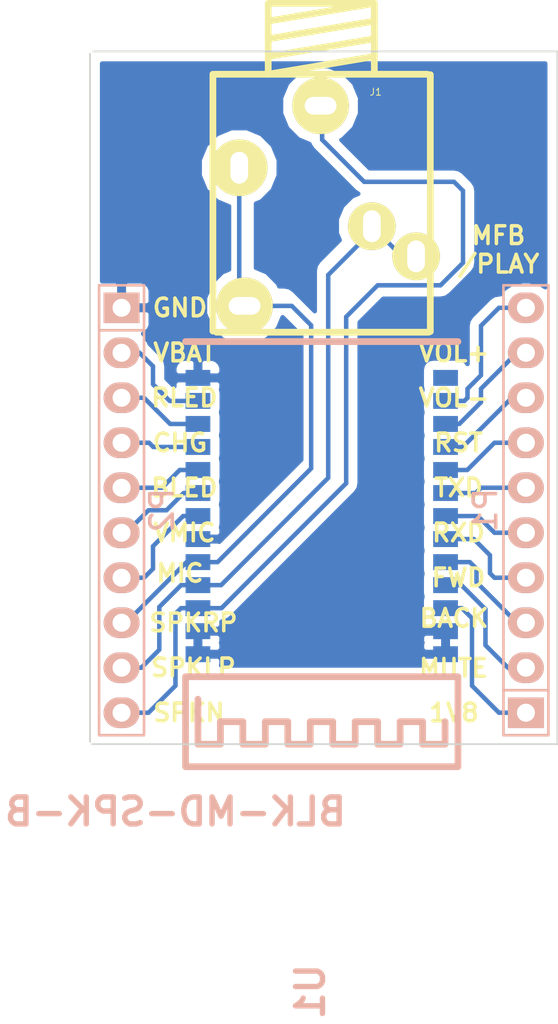
<source format=kicad_pcb>
(kicad_pcb (version 4) (host pcbnew 0.201502050101+5404~21~ubuntu14.04.1-product)

  (general
    (links 30)
    (no_connects 0)
    (area 202.829886 126.133859 238.643886 184.3024)
    (thickness 1.6)
    (drawings 24)
    (tracks 115)
    (zones 0)
    (modules 4)
    (nets 21)
  )

  (page A3)
  (layers
    (0 F.Cu signal)
    (31 B.Cu signal)
    (32 B.Adhes user)
    (33 F.Adhes user)
    (34 B.Paste user)
    (35 F.Paste user)
    (36 B.SilkS user)
    (37 F.SilkS user)
    (38 B.Mask user)
    (39 F.Mask user)
    (40 Dwgs.User user)
    (41 Cmts.User user)
    (42 Eco1.User user)
    (43 Eco2.User user)
    (44 Edge.Cuts user)
  )

  (setup
    (last_trace_width 0.254)
    (trace_clearance 0.254)
    (zone_clearance 0.508)
    (zone_45_only no)
    (trace_min 0.254)
    (segment_width 0.2)
    (edge_width 0.1)
    (via_size 0.889)
    (via_drill 0.635)
    (via_min_size 0.889)
    (via_min_drill 0.508)
    (uvia_size 0.508)
    (uvia_drill 0.127)
    (uvias_allowed no)
    (uvia_min_size 0.508)
    (uvia_min_drill 0.127)
    (pcb_text_width 0.3)
    (pcb_text_size 1.5 1.5)
    (mod_edge_width 0.15)
    (mod_text_size 1 1)
    (mod_text_width 0.15)
    (pad_size 3.2004 3.2004)
    (pad_drill 1.30048)
    (pad_to_mask_clearance 0)
    (aux_axis_origin 0 0)
    (visible_elements FFFFFF3F)
    (pcbplotparams
      (layerselection 0x01020_80000000)
      (usegerberextensions false)
      (excludeedgelayer false)
      (linewidth 0.150000)
      (plotframeref false)
      (viasonmask false)
      (mode 1)
      (useauxorigin false)
      (hpglpennumber 1)
      (hpglpenspeed 20)
      (hpglpendiameter 15)
      (hpglpenoverlay 2)
      (psnegative false)
      (psa4output false)
      (plotreference false)
      (plotvalue false)
      (plotinvisibletext false)
      (padsonsilk false)
      (subtractmaskfromsilk false)
      (outputformat 5)
      (mirror true)
      (drillshape 2)
      (scaleselection 1)
      (outputdirectory gerber/))
  )

  (net 0 "")
  (net 1 "Net-(J1-Pad1)")
  (net 2 "Net-(J1-Pad2)")
  (net 3 "Net-(J1-Pad4)")
  (net 4 "Net-(P1-Pad1)")
  (net 5 "Net-(P1-Pad2)")
  (net 6 "Net-(P1-Pad3)")
  (net 7 "Net-(P1-Pad4)")
  (net 8 "Net-(P1-Pad5)")
  (net 9 "Net-(P1-Pad6)")
  (net 10 "Net-(P1-Pad7)")
  (net 11 "Net-(P1-Pad8)")
  (net 12 "Net-(P1-Pad9)")
  (net 13 "Net-(P1-Pad10)")
  (net 14 "Net-(P2-Pad2)")
  (net 15 "Net-(P2-Pad3)")
  (net 16 "Net-(P2-Pad4)")
  (net 17 "Net-(P2-Pad5)")
  (net 18 "Net-(P2-Pad6)")
  (net 19 "Net-(P2-Pad7)")
  (net 20 GND)

  (net_class Default "This is the default net class."
    (clearance 0.254)
    (trace_width 0.254)
    (via_dia 0.889)
    (via_drill 0.635)
    (uvia_dia 0.508)
    (uvia_drill 0.127)
    (add_net GND)
    (add_net "Net-(J1-Pad1)")
    (add_net "Net-(J1-Pad2)")
    (add_net "Net-(J1-Pad4)")
    (add_net "Net-(P1-Pad1)")
    (add_net "Net-(P1-Pad10)")
    (add_net "Net-(P1-Pad2)")
    (add_net "Net-(P1-Pad3)")
    (add_net "Net-(P1-Pad4)")
    (add_net "Net-(P1-Pad5)")
    (add_net "Net-(P1-Pad6)")
    (add_net "Net-(P1-Pad7)")
    (add_net "Net-(P1-Pad8)")
    (add_net "Net-(P1-Pad9)")
    (add_net "Net-(P2-Pad2)")
    (add_net "Net-(P2-Pad3)")
    (add_net "Net-(P2-Pad4)")
    (add_net "Net-(P2-Pad5)")
    (add_net "Net-(P2-Pad6)")
    (add_net "Net-(P2-Pad7)")
  )

  (module Pin_Headers:Pin_Header_Straight_1x10 (layer B.Cu) (tedit 5423FFDF) (tstamp 5424001B)
    (at 232.664 155.194 90)
    (descr "Through hole pin header")
    (tags "pin header")
    (path /54200046)
    (fp_text reference P1 (at 0 -2.286 90) (layer B.SilkS)
      (effects (font (size 1.27 1.27) (thickness 0.2032)) (justify mirror))
    )
    (fp_text value CONNECTOR (at 0 0 90) (layer B.SilkS) hide
      (effects (font (size 1.27 1.27) (thickness 0.2032)) (justify mirror))
    )
    (fp_line (start -10.16 1.27) (end 12.7 1.27) (layer B.SilkS) (width 0.15))
    (fp_line (start 12.7 1.27) (end 12.7 -1.27) (layer B.SilkS) (width 0.15))
    (fp_line (start 12.7 -1.27) (end -10.16 -1.27) (layer B.SilkS) (width 0.15))
    (fp_line (start -12.7 1.27) (end -10.16 1.27) (layer B.SilkS) (width 0.15))
    (fp_line (start -10.16 1.27) (end -10.16 -1.27) (layer B.SilkS) (width 0.15))
    (fp_line (start -12.7 1.27) (end -12.7 -1.27) (layer B.SilkS) (width 0.15))
    (fp_line (start -12.7 -1.27) (end -10.16 -1.27) (layer B.SilkS) (width 0.15))
    (pad 1 thru_hole rect (at -11.43 0 90) (size 1.7272 2.032) (drill 1.016) (layers *.Cu *.Mask B.SilkS)
      (net 4 "Net-(P1-Pad1)"))
    (pad 2 thru_hole oval (at -8.89 0 90) (size 1.7272 2.032) (drill 1.016) (layers *.Cu *.Mask B.SilkS)
      (net 5 "Net-(P1-Pad2)"))
    (pad 3 thru_hole oval (at -6.35 0 90) (size 1.7272 2.032) (drill 1.016) (layers *.Cu *.Mask B.SilkS)
      (net 6 "Net-(P1-Pad3)"))
    (pad 4 thru_hole oval (at -3.81 0 90) (size 1.7272 2.032) (drill 1.016) (layers *.Cu *.Mask B.SilkS)
      (net 7 "Net-(P1-Pad4)"))
    (pad 5 thru_hole oval (at -1.27 0 90) (size 1.7272 2.032) (drill 1.016) (layers *.Cu *.Mask B.SilkS)
      (net 8 "Net-(P1-Pad5)"))
    (pad 6 thru_hole oval (at 1.27 0 90) (size 1.7272 2.032) (drill 1.016) (layers *.Cu *.Mask B.SilkS)
      (net 9 "Net-(P1-Pad6)"))
    (pad 7 thru_hole oval (at 3.81 0 90) (size 1.7272 2.032) (drill 1.016) (layers *.Cu *.Mask B.SilkS)
      (net 10 "Net-(P1-Pad7)"))
    (pad 8 thru_hole oval (at 6.35 0 90) (size 1.7272 2.032) (drill 1.016) (layers *.Cu *.Mask B.SilkS)
      (net 11 "Net-(P1-Pad8)"))
    (pad 9 thru_hole oval (at 8.89 0 90) (size 1.7272 2.032) (drill 1.016) (layers *.Cu *.Mask B.SilkS)
      (net 12 "Net-(P1-Pad9)"))
    (pad 10 thru_hole oval (at 11.43 0 90) (size 1.7272 2.032) (drill 1.016) (layers *.Cu *.Mask B.SilkS)
      (net 13 "Net-(P1-Pad10)"))
    (model Pin_Headers/Pin_Header_Straight_1x10.wrl
      (at (xyz 0 0 0))
      (scale (xyz 1 1 1))
      (rotate (xyz 0 0 0))
    )
  )

  (module Pin_Headers:Pin_Header_Straight_1x10 (layer B.Cu) (tedit 5423FFDF) (tstamp 5424002F)
    (at 209.804 155.194 270)
    (descr "Through hole pin header")
    (tags "pin header")
    (path /542152BE)
    (fp_text reference P2 (at 0 -2.286 270) (layer B.SilkS)
      (effects (font (size 1.27 1.27) (thickness 0.2032)) (justify mirror))
    )
    (fp_text value CONNECTOR (at 0 0 270) (layer B.SilkS) hide
      (effects (font (size 1.27 1.27) (thickness 0.2032)) (justify mirror))
    )
    (fp_line (start -10.16 1.27) (end 12.7 1.27) (layer B.SilkS) (width 0.15))
    (fp_line (start 12.7 1.27) (end 12.7 -1.27) (layer B.SilkS) (width 0.15))
    (fp_line (start 12.7 -1.27) (end -10.16 -1.27) (layer B.SilkS) (width 0.15))
    (fp_line (start -12.7 1.27) (end -10.16 1.27) (layer B.SilkS) (width 0.15))
    (fp_line (start -10.16 1.27) (end -10.16 -1.27) (layer B.SilkS) (width 0.15))
    (fp_line (start -12.7 1.27) (end -12.7 -1.27) (layer B.SilkS) (width 0.15))
    (fp_line (start -12.7 -1.27) (end -10.16 -1.27) (layer B.SilkS) (width 0.15))
    (pad 1 thru_hole rect (at -11.43 0 270) (size 1.7272 2.032) (drill 1.016) (layers *.Cu *.Mask B.SilkS)
      (net 20 GND))
    (pad 2 thru_hole oval (at -8.89 0 270) (size 1.7272 2.032) (drill 1.016) (layers *.Cu *.Mask B.SilkS)
      (net 14 "Net-(P2-Pad2)"))
    (pad 3 thru_hole oval (at -6.35 0 270) (size 1.7272 2.032) (drill 1.016) (layers *.Cu *.Mask B.SilkS)
      (net 15 "Net-(P2-Pad3)"))
    (pad 4 thru_hole oval (at -3.81 0 270) (size 1.7272 2.032) (drill 1.016) (layers *.Cu *.Mask B.SilkS)
      (net 16 "Net-(P2-Pad4)"))
    (pad 5 thru_hole oval (at -1.27 0 270) (size 1.7272 2.032) (drill 1.016) (layers *.Cu *.Mask B.SilkS)
      (net 17 "Net-(P2-Pad5)"))
    (pad 6 thru_hole oval (at 1.27 0 270) (size 1.7272 2.032) (drill 1.016) (layers *.Cu *.Mask B.SilkS)
      (net 18 "Net-(P2-Pad6)"))
    (pad 7 thru_hole oval (at 3.81 0 270) (size 1.7272 2.032) (drill 1.016) (layers *.Cu *.Mask B.SilkS)
      (net 19 "Net-(P2-Pad7)"))
    (pad 8 thru_hole oval (at 6.35 0 270) (size 1.7272 2.032) (drill 1.016) (layers *.Cu *.Mask B.SilkS)
      (net 3 "Net-(J1-Pad4)"))
    (pad 9 thru_hole oval (at 8.89 0 270) (size 1.7272 2.032) (drill 1.016) (layers *.Cu *.Mask B.SilkS)
      (net 2 "Net-(J1-Pad2)"))
    (pad 10 thru_hole oval (at 11.43 0 270) (size 1.7272 2.032) (drill 1.016) (layers *.Cu *.Mask B.SilkS)
      (net 1 "Net-(J1-Pad1)"))
    (model Pin_Headers/Pin_Header_Straight_1x10.wrl
      (at (xyz 0 0 0))
      (scale (xyz 1 1 1))
      (rotate (xyz 0 0 0))
    )
  )

  (module my_modules:BLK-MD-SPK-B (layer B.Cu) (tedit 54241560) (tstamp 54258EAE)
    (at 212.852 169.672)
    (path /54200037)
    (clearance 0.2)
    (fp_text reference U1 (at 7.62 12.7 270) (layer B.SilkS)
      (effects (font (thickness 0.3048)) (justify mirror))
    )
    (fp_text value BLK-MD-SPK-B (at 0 2.54) (layer B.SilkS)
      (effects (font (thickness 0.3048)) (justify mirror))
    )
    (fp_line (start 1.27 -3.81) (end 1.27 -1.27) (layer B.SilkS) (width 0.381))
    (fp_line (start 1.27 -1.27) (end 2.54 -1.27) (layer B.SilkS) (width 0.381))
    (fp_line (start 2.54 -1.27) (end 2.54 -2.54) (layer B.SilkS) (width 0.381))
    (fp_line (start 2.54 -2.54) (end 3.81 -2.54) (layer B.SilkS) (width 0.381))
    (fp_line (start 3.81 -2.54) (end 3.81 -1.27) (layer B.SilkS) (width 0.381))
    (fp_line (start 3.81 -1.27) (end 5.08 -1.27) (layer B.SilkS) (width 0.381))
    (fp_line (start 5.08 -1.27) (end 5.08 -2.54) (layer B.SilkS) (width 0.381))
    (fp_line (start 5.08 -2.54) (end 6.35 -2.54) (layer B.SilkS) (width 0.381))
    (fp_line (start 6.35 -2.54) (end 6.35 -1.27) (layer B.SilkS) (width 0.381))
    (fp_line (start 6.35 -1.27) (end 7.62 -1.27) (layer B.SilkS) (width 0.381))
    (fp_line (start 7.62 -1.27) (end 7.62 -2.54) (layer B.SilkS) (width 0.381))
    (fp_line (start 7.62 -2.54) (end 8.89 -2.54) (layer B.SilkS) (width 0.381))
    (fp_line (start 8.89 -2.54) (end 8.89 -1.27) (layer B.SilkS) (width 0.381))
    (fp_line (start 8.89 -1.27) (end 10.16 -1.27) (layer B.SilkS) (width 0.381))
    (fp_line (start 10.16 -1.27) (end 10.16 -2.54) (layer B.SilkS) (width 0.381))
    (fp_line (start 10.16 -2.54) (end 11.43 -2.54) (layer B.SilkS) (width 0.381))
    (fp_line (start 11.43 -2.54) (end 11.43 -1.27) (layer B.SilkS) (width 0.381))
    (fp_line (start 11.43 -1.27) (end 12.7 -1.27) (layer B.SilkS) (width 0.381))
    (fp_line (start 12.7 -1.27) (end 12.7 -2.54) (layer B.SilkS) (width 0.381))
    (fp_line (start 12.7 -2.54) (end 13.97 -2.54) (layer B.SilkS) (width 0.381))
    (fp_line (start 13.97 -2.54) (end 13.97 -1.27) (layer B.SilkS) (width 0.381))
    (fp_line (start 13.97 -1.27) (end 15.24 -1.27) (layer B.SilkS) (width 0.381))
    (fp_line (start 15.24 -1.27) (end 15.24 -2.54) (layer B.SilkS) (width 0.381))
    (fp_line (start 15.97 -5.08) (end 0.57 -5.08) (layer B.SilkS) (width 0.381))
    (fp_line (start 0.57 -24) (end 15.97 -24) (layer B.SilkS) (width 0.381))
    (fp_line (start 15.97 -5.08) (end 15.97 0) (layer B.SilkS) (width 0.381))
    (fp_line (start 15.97 0) (end 0.57 0) (layer B.SilkS) (width 0.381))
    (fp_line (start 0.57 0) (end 0.57 -5.08) (layer B.SilkS) (width 0.381))
    (pad 1 smd rect (at 1.27 -6.35 180) (size 1.4 0.9) (layers B.Cu B.Paste B.Mask)
      (net 20 GND))
    (pad 2 smd rect (at 1.27 -7.65 180) (size 1.4 0.9) (layers B.Cu B.Paste B.Mask)
      (net 20 GND))
    (pad 3 smd rect (at 1.27 -8.95 180) (size 1.4 0.9) (layers B.Cu B.Paste B.Mask)
      (net 1 "Net-(J1-Pad1)"))
    (pad 4 smd rect (at 1.27 -10.25 180) (size 1.4 0.9) (layers B.Cu B.Paste B.Mask)
      (net 2 "Net-(J1-Pad2)"))
    (pad 5 smd rect (at 1.27 -11.55 180) (size 1.4 0.9) (layers B.Cu B.Paste B.Mask)
      (net 3 "Net-(J1-Pad4)"))
    (pad 6 smd rect (at 1.27 -12.85 180) (size 1.4 0.9) (layers B.Cu B.Paste B.Mask)
      (net 20 GND))
    (pad 7 smd rect (at 1.27 -14.15 180) (size 1.4 0.9) (layers B.Cu B.Paste B.Mask)
      (net 19 "Net-(P2-Pad7)"))
    (pad 8 smd rect (at 1.27 -15.45 180) (size 1.4 0.9) (layers B.Cu B.Paste B.Mask)
      (net 18 "Net-(P2-Pad6)"))
    (pad 9 smd rect (at 1.27 -16.75 180) (size 1.4 0.9) (layers B.Cu B.Paste B.Mask)
      (net 17 "Net-(P2-Pad5)"))
    (pad 10 smd rect (at 1.27 -18.05 180) (size 1.4 0.9) (layers B.Cu B.Paste B.Mask)
      (net 16 "Net-(P2-Pad4)"))
    (pad 11 smd rect (at 1.27 -19.35 180) (size 1.4 0.9) (layers B.Cu B.Paste B.Mask)
      (net 15 "Net-(P2-Pad3)"))
    (pad 12 smd rect (at 1.27 -20.65 180) (size 1.4 0.9) (layers B.Cu B.Paste B.Mask)
      (net 14 "Net-(P2-Pad2)"))
    (pad 13 smd rect (at 1.27 -21.95 180) (size 1.4 0.9) (layers B.Cu B.Paste B.Mask)
      (net 20 GND))
    (pad 14 smd rect (at 15.27 -21.95 180) (size 1.4 0.9) (layers B.Cu B.Paste B.Mask))
    (pad 15 smd rect (at 15.27 -20.65 180) (size 1.4 0.9) (layers B.Cu B.Paste B.Mask)
      (net 13 "Net-(P1-Pad10)"))
    (pad 16 smd rect (at 15.27 -19.35 180) (size 1.4 0.9) (layers B.Cu B.Paste B.Mask)
      (net 12 "Net-(P1-Pad9)"))
    (pad 17 smd rect (at 15.27 -18.05 180) (size 1.4 0.9) (layers B.Cu B.Paste B.Mask)
      (net 11 "Net-(P1-Pad8)"))
    (pad 18 smd rect (at 15.27 -16.75 180) (size 1.4 0.9) (layers B.Cu B.Paste B.Mask)
      (net 10 "Net-(P1-Pad7)"))
    (pad 19 smd rect (at 15.27 -15.45 180) (size 1.4 0.9) (layers B.Cu B.Paste B.Mask)
      (net 9 "Net-(P1-Pad6)"))
    (pad 20 smd rect (at 15.27 -14.15 180) (size 1.4 0.9) (layers B.Cu B.Paste B.Mask)
      (net 8 "Net-(P1-Pad5)"))
    (pad 21 smd rect (at 15.27 -12.85 180) (size 1.4 0.9) (layers B.Cu B.Paste B.Mask)
      (net 7 "Net-(P1-Pad4)"))
    (pad 22 smd rect (at 15.27 -11.55 180) (size 1.4 0.9) (layers B.Cu B.Paste B.Mask)
      (net 6 "Net-(P1-Pad3)"))
    (pad 23 smd rect (at 15.27 -10.25 180) (size 1.4 0.9) (layers B.Cu B.Paste B.Mask)
      (net 5 "Net-(P1-Pad2)"))
    (pad 24 smd rect (at 15.27 -8.95 180) (size 1.4 0.9) (layers B.Cu B.Paste B.Mask)
      (net 4 "Net-(P1-Pad1)"))
    (pad 25 smd rect (at 15.27 -7.65 180) (size 1.4 0.9) (layers B.Cu B.Paste B.Mask)
      (net 20 GND))
    (pad 26 smd rect (at 15.27 -6.35 180) (size 1.4 0.9) (layers B.Cu B.Paste B.Mask)
      (net 20 GND))
  )

  (module jacks:SCJ-0354-5PU (layer F.Cu) (tedit 54D361DE) (tstamp 54D35E95)
    (at 221.0562 130.6576)
    (path /542131F5)
    (fp_text reference J1 (at 3.11912 0.92202) (layer F.SilkS)
      (effects (font (size 0.39878 0.39878) (thickness 0.0508)))
    )
    (fp_text value SCJ-0354-5PU (at 7.4549 6.9977 90) (layer F.SilkS) hide
      (effects (font (size 1.2 1.2) (thickness 0.3)))
    )
    (fp_line (start 3.03784 -0.07874) (end 3.03784 -4.07924) (layer F.SilkS) (width 0.381))
    (fp_line (start 3.03784 -4.07924) (end -2.96164 -4.07924) (layer F.SilkS) (width 0.381))
    (fp_line (start -2.96164 -4.07924) (end -2.96164 -0.07874) (layer F.SilkS) (width 0.381))
    (fp_line (start -2.96164 -0.07874) (end 3.03784 -1.0795) (layer F.SilkS) (width 0.381))
    (fp_line (start 3.03784 -1.0795) (end 3.03784 -2.07772) (layer F.SilkS) (width 0.381))
    (fp_line (start 3.03784 -2.07772) (end -2.96164 -1.0795) (layer F.SilkS) (width 0.381))
    (fp_line (start -2.96164 -1.0795) (end -2.96164 -2.07772) (layer F.SilkS) (width 0.381))
    (fp_line (start -2.96164 -2.07772) (end 3.03784 -3.07848) (layer F.SilkS) (width 0.381))
    (fp_line (start 3.03784 -3.07848) (end 3.03784 -4.07924) (layer F.SilkS) (width 0.381))
    (fp_line (start 3.03784 -4.07924) (end -2.96164 -3.07848) (layer F.SilkS) (width 0.381))
    (fp_line (start -5.96138 -0.07874) (end 6.03758 -0.07874) (layer F.SilkS) (width 0.381))
    (fp_line (start 6.20268 -0.05334) (end 6.20268 14.44752) (layer F.SilkS) (width 0.381))
    (fp_line (start 6.11378 14.48562) (end -5.88518 14.48562) (layer F.SilkS) (width 0.381))
    (fp_line (start -6.08838 14.42212) (end -6.08838 -0.07874) (layer F.SilkS) (width 0.381))
    (pad 1 thru_hole circle (at 0 1.7) (size 3.2004 3.2004) (drill oval 1.8 1) (layers *.Cu *.Mask F.SilkS)
      (net 1 "Net-(J1-Pad1)"))
    (pad 5 thru_hole circle (at -4.6 5.2) (size 3.2004 3.2004) (drill oval 1 1.8) (layers *.Cu *.Mask F.SilkS)
      (net 3 "Net-(J1-Pad4)"))
    (pad 4 thru_hole circle (at -4.3 13) (size 3.2004 3.2004) (drill oval 1.8 1) (layers *.Cu *.Mask F.SilkS)
      (net 3 "Net-(J1-Pad4)"))
    (pad 3 thru_hole circle (at 2.9 8.5) (size 2.7 2.7) (drill oval 1 1.8) (layers *.Cu *.Mask F.SilkS)
      (net 2 "Net-(J1-Pad2)"))
    (pad 2 thru_hole circle (at 5.4 10.2) (size 2.7 2.7) (drill oval 1 1.8) (layers *.Cu *.Mask F.SilkS)
      (net 2 "Net-(J1-Pad2)"))
  )

  (gr_line (start 234.442 129.3114) (end 234.442 168.39692) (angle 90) (layer Edge.Cuts) (width 0.1))
  (gr_line (start 208.02092 129.42824) (end 208.02092 168.26484) (angle 90) (layer Edge.Cuts) (width 0.1))
  (gr_line (start 234.43692 129.29108) (end 208.2038 129.29108) (angle 90) (layer Edge.Cuts) (width 0.1))
  (gr_line (start 234.43184 168.402) (end 208.13268 168.402) (angle 90) (layer Edge.Cuts) (width 0.1))
  (gr_text "MFB\n/PLAY" (at 231.1146 140.4874) (layer F.SilkS)
    (effects (font (size 1 1) (thickness 0.2)))
  )
  (gr_text VOL+ (at 228.6 146.304) (layer F.SilkS)
    (effects (font (size 1 1) (thickness 0.2)))
  )
  (gr_text VOL- (at 228.6 148.844) (layer F.SilkS)
    (effects (font (size 1 1) (thickness 0.2)))
  )
  (gr_text RST (at 228.854 151.384) (layer F.SilkS)
    (effects (font (size 1 1) (thickness 0.2)))
  )
  (gr_text TXD (at 228.854 153.924) (layer F.SilkS)
    (effects (font (size 1 1) (thickness 0.2)))
  )
  (gr_text RXD (at 228.854 156.464) (layer F.SilkS)
    (effects (font (size 1 1) (thickness 0.2)))
  )
  (gr_text FWD (at 228.854 159.004) (layer F.SilkS)
    (effects (font (size 1 1) (thickness 0.2)))
  )
  (gr_text BACK (at 228.6 161.29) (layer F.SilkS)
    (effects (font (size 1 1) (thickness 0.2)))
  )
  (gr_text MUTE (at 228.5746 164.1094) (layer F.SilkS)
    (effects (font (size 1 1) (thickness 0.2)))
  )
  (gr_text 1V8 (at 228.6 166.624) (layer F.SilkS)
    (effects (font (size 1 1) (thickness 0.2)))
  )
  (gr_text SPKN (at 213.614 166.624) (layer F.SilkS)
    (effects (font (size 1 1) (thickness 0.2)))
  )
  (gr_text SPKLP (at 213.868 164.084) (layer F.SilkS)
    (effects (font (size 1 1) (thickness 0.2)))
  )
  (gr_text SPKRP (at 213.868 161.544) (layer F.SilkS)
    (effects (font (size 1 1) (thickness 0.2)))
  )
  (gr_text MIC (at 213.106 158.75) (layer F.SilkS)
    (effects (font (size 1 1) (thickness 0.2)))
  )
  (gr_text VMIC (at 213.36 156.464) (layer F.SilkS)
    (effects (font (size 1 1) (thickness 0.2)))
  )
  (gr_text BLED (at 213.36 153.924) (layer F.SilkS)
    (effects (font (size 1 1) (thickness 0.2)))
  )
  (gr_text CHG (at 213.106 151.384) (layer F.SilkS)
    (effects (font (size 1 1) (thickness 0.2)))
  )
  (gr_text RLED (at 213.36 148.844) (layer F.SilkS)
    (effects (font (size 1 1) (thickness 0.2)))
  )
  (gr_text VBAT (at 213.36 146.304) (layer F.SilkS)
    (effects (font (size 1 1) (thickness 0.2)))
  )
  (gr_text GND (at 213.106 143.764) (layer F.SilkS) (tstamp 5422E9E6)
    (effects (font (size 1 1) (thickness 0.2)))
  )

  (segment (start 214.062 160.782) (end 214.122 160.722) (width 0.254) (layer B.Cu) (net 1) (tstamp 542154E4))
  (segment (start 215.392 160.722) (end 214.122 160.722) (width 0.254) (layer B.Cu) (net 1) (tstamp 54215598))
  (segment (start 229.108 141.224) (end 227.838 142.494) (width 0.254) (layer B.Cu) (net 1) (tstamp 5421556B))
  (segment (start 223.012 143.764) (end 224.282 142.494) (width 0.254) (layer B.Cu) (net 1) (tstamp 54215582))
  (segment (start 224.282 142.494) (end 227.838 142.494) (width 0.254) (layer B.Cu) (net 1) (tstamp 54215583))
  (segment (start 222.504 144.272) (end 223.012 143.764) (width 0.254) (layer B.Cu) (net 1) (tstamp 54215593))
  (segment (start 222.504 153.67) (end 222.504 144.272) (width 0.254) (layer B.Cu) (net 1) (tstamp 5421559D))
  (segment (start 215.452 160.722) (end 222.504 153.67) (width 0.254) (layer B.Cu) (net 1) (tstamp 5421559A))
  (segment (start 215.392 160.722) (end 215.452 160.722) (width 0.254) (layer B.Cu) (net 1))
  (segment (start 213.166 160.722) (end 212.852 161.036) (width 0.254) (layer B.Cu) (net 1) (tstamp 54215642))
  (segment (start 214.122 160.722) (end 213.166 160.722) (width 0.254) (layer B.Cu) (net 1))
  (segment (start 229.108 137.16) (end 229.108 141.224) (width 0.254) (layer B.Cu) (net 1) (tstamp 54215569))
  (segment (start 228.6 136.652) (end 229.108 137.16) (width 0.254) (layer B.Cu) (net 1) (tstamp 5421558F))
  (segment (start 221.14256 134.27456) (end 223.52 136.652) (width 0.254) (layer B.Cu) (net 1) (tstamp 54215589))
  (segment (start 223.52 136.652) (end 228.6 136.652) (width 0.254) (layer B.Cu) (net 1) (tstamp 5421558B))
  (segment (start 221.14256 132.31368) (end 221.14256 134.27456) (width 0.254) (layer B.Cu) (net 1))
  (segment (start 212.852 161.036) (end 212.852 165.1) (width 0.254) (layer B.Cu) (net 1) (tstamp 54215643))
  (segment (start 212.852 165.1) (end 211.328 166.624) (width 0.254) (layer B.Cu) (net 1) (tstamp 54215644))
  (segment (start 211.328 166.624) (end 209.804 166.624) (width 0.254) (layer B.Cu) (net 1) (tstamp 54215646))
  (segment (start 209.804 164.084) (end 210.9216 164.084) (width 0.254) (layer B.Cu) (net 2))
  (segment (start 213.1706 159.422) (end 214.122 159.422) (width 0.254) (layer B.Cu) (net 2) (tstamp 54D35C0C))
  (segment (start 211.9376 160.655) (end 213.1706 159.422) (width 0.254) (layer B.Cu) (net 2) (tstamp 54D35C0A))
  (segment (start 211.9376 163.068) (end 211.9376 160.655) (width 0.254) (layer B.Cu) (net 2) (tstamp 54D35C08))
  (segment (start 210.9216 164.084) (end 211.9376 163.068) (width 0.254) (layer B.Cu) (net 2) (tstamp 54D35C07))
  (segment (start 214.122 159.422) (end 213.45 159.422) (width 0.254) (layer B.Cu) (net 2))
  (segment (start 223.9562 139.1576) (end 223.9562 139.4416) (width 0.254) (layer B.Cu) (net 2))
  (segment (start 223.9562 139.4416) (end 221.488 141.9098) (width 0.254) (layer B.Cu) (net 2) (tstamp 54D35BF5))
  (segment (start 215.4312 159.422) (end 214.122 159.422) (width 0.254) (layer B.Cu) (net 2) (tstamp 54D35BFD))
  (segment (start 221.488 153.3652) (end 215.4312 159.422) (width 0.254) (layer B.Cu) (net 2) (tstamp 54D35BFA))
  (segment (start 221.488 141.9098) (end 221.488 153.3652) (width 0.254) (layer B.Cu) (net 2) (tstamp 54D35BF6))
  (segment (start 226.4562 140.8576) (end 225.6562 140.8576) (width 0.254) (layer B.Cu) (net 2))
  (segment (start 225.6562 140.8576) (end 223.9562 139.1576) (width 0.254) (layer B.Cu) (net 2) (tstamp 54D35BF1))
  (segment (start 213.45 159.422) (end 214.122 159.422) (width 0.254) (layer B.Cu) (net 2) (tstamp 5421564E))
  (segment (start 216.4562 135.8576) (end 216.4562 143.3576) (width 0.254) (layer B.Cu) (net 3))
  (segment (start 216.4562 143.3576) (end 216.7562 143.6576) (width 0.254) (layer B.Cu) (net 3) (tstamp 54D35BD9))
  (segment (start 214.122 158.122) (end 215.2326 158.122) (width 0.254) (layer B.Cu) (net 3))
  (segment (start 219.4258 143.6576) (end 216.7562 143.6576) (width 0.254) (layer B.Cu) (net 3) (tstamp 54D35BD4))
  (segment (start 220.5228 144.7546) (end 219.4258 143.6576) (width 0.254) (layer B.Cu) (net 3) (tstamp 54D35BD2))
  (segment (start 220.5228 152.8318) (end 220.5228 144.7546) (width 0.254) (layer B.Cu) (net 3) (tstamp 54D35BD0))
  (segment (start 215.2326 158.122) (end 220.5228 152.8318) (width 0.254) (layer B.Cu) (net 3) (tstamp 54D35BCE))
  (segment (start 214.002 158.242) (end 214.122 158.122) (width 0.254) (layer B.Cu) (net 3) (tstamp 542154ED))
  (segment (start 213.48 158.122) (end 214.122 158.122) (width 0.254) (layer B.Cu) (net 3) (tstamp 54215652))
  (segment (start 210.058 161.544) (end 213.48 158.122) (width 0.254) (layer B.Cu) (net 3) (tstamp 54215651))
  (segment (start 209.804 161.544) (end 210.058 161.544) (width 0.254) (layer B.Cu) (net 3))
  (segment (start 229.048 160.722) (end 229.616 161.29) (width 0.254) (layer B.Cu) (net 4) (tstamp 5421569A))
  (segment (start 228.122 160.722) (end 229.048 160.722) (width 0.254) (layer B.Cu) (net 4))
  (segment (start 229.616 161.29) (end 229.616 165.1) (width 0.254) (layer B.Cu) (net 4) (tstamp 5421569B))
  (segment (start 229.616 165.1) (end 231.14 166.624) (width 0.254) (layer B.Cu) (net 4) (tstamp 5421569C))
  (segment (start 231.14 166.624) (end 232.156 166.624) (width 0.254) (layer B.Cu) (net 4) (tstamp 5421569E))
  (segment (start 229.018 159.422) (end 230.378 160.782) (width 0.254) (layer B.Cu) (net 5) (tstamp 54215693))
  (segment (start 228.122 159.422) (end 229.018 159.422) (width 0.254) (layer B.Cu) (net 5))
  (segment (start 230.378 160.782) (end 230.378 162.814) (width 0.254) (layer B.Cu) (net 5) (tstamp 54215694))
  (segment (start 230.378 162.814) (end 231.648 164.084) (width 0.254) (layer B.Cu) (net 5) (tstamp 54215696))
  (segment (start 231.648 164.084) (end 232.156 164.084) (width 0.254) (layer B.Cu) (net 5) (tstamp 54215697))
  (segment (start 229.496 158.122) (end 229.87 158.496) (width 0.254) (layer B.Cu) (net 6) (tstamp 5421568E))
  (segment (start 228.122 158.122) (end 229.496 158.122) (width 0.254) (layer B.Cu) (net 6))
  (segment (start 229.87 158.496) (end 229.87 159.258) (width 0.254) (layer B.Cu) (net 6) (tstamp 5421568F))
  (segment (start 229.87 159.258) (end 232.156 161.544) (width 0.254) (layer B.Cu) (net 6) (tstamp 54215690))
  (segment (start 229.72 156.822) (end 230.632 157.734) (width 0.254) (layer B.Cu) (net 7) (tstamp 54215688))
  (segment (start 230.632 157.734) (end 230.632 158.75) (width 0.254) (layer B.Cu) (net 7) (tstamp 54215689))
  (segment (start 230.632 158.75) (end 230.886 159.004) (width 0.254) (layer B.Cu) (net 7) (tstamp 5421568A))
  (segment (start 228.122 156.822) (end 229.72 156.822) (width 0.254) (layer B.Cu) (net 7))
  (segment (start 230.886 159.004) (end 232.156 159.004) (width 0.254) (layer B.Cu) (net 7) (tstamp 5421568B))
  (segment (start 229.944 155.522) (end 230.886 156.464) (width 0.254) (layer B.Cu) (net 8) (tstamp 54215684))
  (segment (start 228.122 155.522) (end 229.944 155.522) (width 0.254) (layer B.Cu) (net 8))
  (segment (start 230.886 156.464) (end 232.156 156.464) (width 0.254) (layer B.Cu) (net 8) (tstamp 54215685))
  (segment (start 230.124 153.924) (end 232.156 153.924) (width 0.254) (layer B.Cu) (net 9) (tstamp 54215681))
  (segment (start 229.826 154.222) (end 230.124 153.924) (width 0.254) (layer B.Cu) (net 9) (tstamp 54215680))
  (segment (start 228.122 154.222) (end 229.826 154.222) (width 0.254) (layer B.Cu) (net 9))
  (segment (start 230.886 151.384) (end 232.156 151.384) (width 0.254) (layer B.Cu) (net 10) (tstamp 5421567C))
  (segment (start 229.348 152.922) (end 230.886 151.384) (width 0.254) (layer B.Cu) (net 10) (tstamp 5421567A))
  (segment (start 228.122 152.922) (end 229.348 152.922) (width 0.254) (layer B.Cu) (net 10))
  (segment (start 231.87 148.844) (end 232.156 148.844) (width 0.254) (layer B.Cu) (net 11) (tstamp 54215677))
  (segment (start 229.092 151.622) (end 231.87 148.844) (width 0.254) (layer B.Cu) (net 11) (tstamp 54215676))
  (segment (start 228.122 151.622) (end 229.092 151.622) (width 0.254) (layer B.Cu) (net 11))
  (segment (start 230.124 148.336) (end 232.156 146.304) (width 0.254) (layer B.Cu) (net 12) (tstamp 54215673))
  (segment (start 230.124 149.098) (end 230.124 148.336) (width 0.254) (layer B.Cu) (net 12) (tstamp 54215671))
  (segment (start 228.9 150.322) (end 230.124 149.098) (width 0.254) (layer B.Cu) (net 12) (tstamp 54215670))
  (segment (start 228.122 150.322) (end 228.9 150.322) (width 0.254) (layer B.Cu) (net 12))
  (segment (start 230.124 146.05) (end 230.124 144.78) (width 0.254) (layer B.Cu) (net 13))
  (segment (start 231.14 143.764) (end 232.156 143.764) (width 0.254) (layer B.Cu) (net 13) (tstamp 54215848))
  (segment (start 230.124 144.78) (end 231.14 143.764) (width 0.254) (layer B.Cu) (net 13) (tstamp 54215847))
  (segment (start 232.156 143.764) (end 232.156 144.018) (width 0.254) (layer B.Cu) (net 13))
  (segment (start 230.124 147.574) (end 229.362 148.336) (width 0.254) (layer B.Cu) (net 13) (tstamp 5421583F))
  (segment (start 230.124 146.05) (end 230.124 147.574) (width 0.254) (layer B.Cu) (net 13) (tstamp 5421583D))
  (segment (start 229.184 149.022) (end 229.362 148.844) (width 0.254) (layer B.Cu) (net 13) (tstamp 54215668))
  (segment (start 229.362 148.844) (end 229.362 148.336) (width 0.254) (layer B.Cu) (net 13) (tstamp 54215669))
  (segment (start 228.122 149.022) (end 229.184 149.022) (width 0.254) (layer B.Cu) (net 13))
  (segment (start 210.82 146.304) (end 209.804 146.304) (width 0.254) (layer B.Cu) (net 14) (tstamp 54215662))
  (segment (start 211.582 147.066) (end 210.82 146.304) (width 0.254) (layer B.Cu) (net 14) (tstamp 54215661))
  (segment (start 214.122 149.022) (end 213.538 149.022) (width 0.254) (layer B.Cu) (net 14))
  (segment (start 212.522 149.022) (end 211.582 148.082) (width 0.254) (layer B.Cu) (net 14) (tstamp 5421565F))
  (segment (start 211.582 148.082) (end 211.582 147.066) (width 0.254) (layer B.Cu) (net 14) (tstamp 54215660))
  (segment (start 214.122 149.022) (end 212.522 149.022) (width 0.254) (layer B.Cu) (net 14))
  (segment (start 211.074 148.844) (end 212.552 150.322) (width 0.254) (layer B.Cu) (net 15) (tstamp 54215659))
  (segment (start 209.804 148.844) (end 211.074 148.844) (width 0.254) (layer B.Cu) (net 15))
  (segment (start 212.552 150.322) (end 214.122 150.322) (width 0.254) (layer B.Cu) (net 15) (tstamp 5421565B))
  (segment (start 214.106 151.638) (end 214.122 151.622) (width 0.254) (layer B.Cu) (net 16) (tstamp 5421552C))
  (segment (start 211.598 151.622) (end 211.36 151.384) (width 0.254) (layer B.Cu) (net 16) (tstamp 54215655))
  (segment (start 214.122 151.622) (end 211.598 151.622) (width 0.254) (layer B.Cu) (net 16))
  (segment (start 211.36 151.384) (end 209.804 151.384) (width 0.254) (layer B.Cu) (net 16) (tstamp 54215656))
  (segment (start 214.108 152.908) (end 214.122 152.922) (width 0.254) (layer B.Cu) (net 17) (tstamp 5421551D))
  (segment (start 213.092 152.922) (end 212.09 153.924) (width 0.254) (layer B.Cu) (net 17) (tstamp 54215624))
  (segment (start 214.122 152.922) (end 213.092 152.922) (width 0.254) (layer B.Cu) (net 17))
  (segment (start 212.09 153.924) (end 209.804 153.924) (width 0.254) (layer B.Cu) (net 17) (tstamp 54215625))
  (segment (start 210.058 156.464) (end 211.328 155.194) (width 0.254) (layer B.Cu) (net 18) (tstamp 54215628))
  (segment (start 209.804 156.464) (end 210.058 156.464) (width 0.254) (layer B.Cu) (net 18))
  (segment (start 211.328 155.194) (end 212.344 155.194) (width 0.254) (layer B.Cu) (net 18) (tstamp 54215629))
  (segment (start 212.344 155.194) (end 213.316 154.222) (width 0.254) (layer B.Cu) (net 18) (tstamp 5421562A))
  (segment (start 213.316 154.222) (end 214.122 154.222) (width 0.254) (layer B.Cu) (net 18) (tstamp 5421562B))
  (segment (start 211.074 159.004) (end 209.804 159.004) (width 0.254) (layer B.Cu) (net 19) (tstamp 54215631))
  (segment (start 211.582 158.496) (end 211.074 159.004) (width 0.254) (layer B.Cu) (net 19) (tstamp 54215630))
  (segment (start 213.286 155.522) (end 211.582 157.226) (width 0.254) (layer B.Cu) (net 19) (tstamp 5421562E))
  (segment (start 211.582 157.226) (end 211.582 158.496) (width 0.254) (layer B.Cu) (net 19) (tstamp 5421562F))
  (segment (start 214.122 155.522) (end 213.286 155.522) (width 0.254) (layer B.Cu) (net 19))

  (zone (net 20) (net_name GND) (layer B.Cu) (tstamp 5422EEA7) (hatch edge 0.508)
    (connect_pads (clearance 0.508))
    (min_thickness 0.254)
    (fill yes (arc_segments 16) (thermal_gap 0.508) (thermal_bridge_width 0.508))
    (polygon
      (pts
        (xy 234.442 168.402) (xy 233.934 168.402) (xy 229.362 168.402) (xy 229.362 164.084) (xy 212.852 164.084)
        (xy 212.852 168.402) (xy 208.026 168.402) (xy 208.026 129.286) (xy 233.934 129.286) (xy 234.442 129.286)
        (xy 234.442 168.402)
      )
    )
    (filled_polygon
      (pts
        (xy 233.757 142.603157) (xy 233.422234 142.379474) (xy 232.848745 142.2654) (xy 232.479255 142.2654) (xy 231.905766 142.379474)
        (xy 231.419585 142.70433) (xy 231.220688 143.002) (xy 231.14 143.002) (xy 230.848395 143.060004) (xy 230.601185 143.225185)
        (xy 229.585185 144.241185) (xy 229.420004 144.488395) (xy 229.362 144.78) (xy 229.362 146.05) (xy 229.362 146.937833)
        (xy 229.282673 146.817073) (xy 229.07164 146.674623) (xy 228.822 146.62456) (xy 227.422 146.62456) (xy 227.179877 146.671537)
        (xy 226.967073 146.811327) (xy 226.824623 147.02236) (xy 226.77456 147.272) (xy 226.77456 148.172) (xy 226.814005 148.375304)
        (xy 226.77456 148.572) (xy 226.77456 149.472) (xy 226.814005 149.675304) (xy 226.77456 149.872) (xy 226.77456 150.772)
        (xy 226.814005 150.975304) (xy 226.77456 151.172) (xy 226.77456 152.072) (xy 226.814005 152.275304) (xy 226.77456 152.472)
        (xy 226.77456 153.372) (xy 226.814005 153.575304) (xy 226.77456 153.772) (xy 226.77456 154.672) (xy 226.814005 154.875304)
        (xy 226.77456 155.072) (xy 226.77456 155.972) (xy 226.814005 156.175304) (xy 226.77456 156.372) (xy 226.77456 157.272)
        (xy 226.814005 157.475304) (xy 226.77456 157.672) (xy 226.77456 158.572) (xy 226.814005 158.775304) (xy 226.77456 158.972)
        (xy 226.77456 159.872) (xy 226.814005 160.075304) (xy 226.77456 160.272) (xy 226.77456 161.172) (xy 226.81469 161.378838)
        (xy 226.787 161.44569) (xy 226.787 161.698309) (xy 226.787 161.73625) (xy 226.94575 161.895) (xy 227.995 161.895)
        (xy 227.995 161.875) (xy 228.249 161.875) (xy 228.249 161.895) (xy 228.269 161.895) (xy 228.269 162.149)
        (xy 228.249 162.149) (xy 228.249 162.39575) (xy 228.249 162.94825) (xy 228.249 163.195) (xy 228.269 163.195)
        (xy 228.269 163.449) (xy 228.249 163.449) (xy 228.249 163.469) (xy 227.995 163.469) (xy 227.995 163.449)
        (xy 227.995 163.195) (xy 227.995 162.94825) (xy 227.995 162.39575) (xy 227.995 162.149) (xy 226.94575 162.149)
        (xy 226.787 162.30775) (xy 226.787 162.345691) (xy 226.787 162.59831) (xy 226.817523 162.672) (xy 226.787 162.74569)
        (xy 226.787 162.998309) (xy 226.787 163.03625) (xy 226.94575 163.195) (xy 227.995 163.195) (xy 227.995 163.449)
        (xy 226.94575 163.449) (xy 226.787 163.60775) (xy 226.787 163.645691) (xy 226.787 163.89831) (xy 226.81131 163.957)
        (xy 215.432689 163.957) (xy 215.457 163.89831) (xy 215.457 163.645691) (xy 215.457 163.60775) (xy 215.457 163.03625)
        (xy 215.457 162.998309) (xy 215.457 162.74569) (xy 215.426476 162.672) (xy 215.457 162.59831) (xy 215.457 162.345691)
        (xy 215.457 162.30775) (xy 215.29825 162.149) (xy 214.249 162.149) (xy 214.249 162.39575) (xy 214.249 162.94825)
        (xy 214.249 163.195) (xy 215.29825 163.195) (xy 215.457 163.03625) (xy 215.457 163.60775) (xy 215.29825 163.449)
        (xy 214.249 163.449) (xy 214.249 163.469) (xy 213.995 163.469) (xy 213.995 163.449) (xy 213.975 163.449)
        (xy 213.975 163.195) (xy 213.995 163.195) (xy 213.995 162.94825) (xy 213.995 162.39575) (xy 213.995 162.149)
        (xy 213.975 162.149) (xy 213.975 161.895) (xy 213.995 161.895) (xy 213.995 161.875) (xy 214.249 161.875)
        (xy 214.249 161.895) (xy 215.29825 161.895) (xy 215.457 161.73625) (xy 215.457 161.698309) (xy 215.457 161.483005)
        (xy 215.743604 161.425996) (xy 215.743605 161.425996) (xy 215.990815 161.260815) (xy 223.042815 154.208815) (xy 223.207996 153.961605)
        (xy 223.265999 153.67) (xy 223.266 153.67) (xy 223.266 144.58763) (xy 223.550815 144.302816) (xy 223.550815 144.302815)
        (xy 223.550817 144.302812) (xy 224.59763 143.256) (xy 227.838 143.256) (xy 227.838 143.255999) (xy 228.129604 143.197996)
        (xy 228.129605 143.197996) (xy 228.376815 143.032815) (xy 229.646815 141.762816) (xy 229.646815 141.762815) (xy 229.811996 141.515605)
        (xy 229.869999 141.224) (xy 229.87 141.224) (xy 229.87 137.16) (xy 229.811996 136.868395) (xy 229.646815 136.621185)
        (xy 229.646815 136.621184) (xy 229.138815 136.113185) (xy 228.891605 135.948004) (xy 228.6 135.89) (xy 223.83563 135.89)
        (xy 222.234751 134.289121) (xy 222.320685 134.253615) (xy 222.950005 133.625392) (xy 223.291011 132.804159) (xy 223.291787 131.914942)
        (xy 222.952215 131.093115) (xy 222.323992 130.463795) (xy 221.502759 130.122789) (xy 220.613542 130.122013) (xy 219.791715 130.461585)
        (xy 219.162395 131.089808) (xy 218.821389 131.911041) (xy 218.820613 132.800258) (xy 219.160185 133.622085) (xy 219.788408 134.251405)
        (xy 220.428852 134.51734) (xy 220.428852 134.517341) (xy 220.438564 134.566165) (xy 220.603745 134.813375) (xy 222.981185 137.190815)
        (xy 223.186369 137.327915) (xy 222.833257 137.473818) (xy 222.274381 138.03172) (xy 221.971546 138.761027) (xy 221.970857 139.550709)
        (xy 222.133802 139.945067) (xy 220.949185 141.129685) (xy 220.784004 141.376895) (xy 220.726 141.6685) (xy 220.726 143.956369)
        (xy 219.545235 142.775605) (xy 219.298025 142.610424) (xy 219.00642 142.55242) (xy 218.718038 142.55242) (xy 218.652215 142.393115)
        (xy 218.023992 141.763795) (xy 217.40368 141.506218) (xy 217.40368 137.884598) (xy 217.720685 137.753615) (xy 218.350005 137.125392)
        (xy 218.691011 136.304159) (xy 218.691787 135.414942) (xy 218.352215 134.593115) (xy 217.723992 133.963795) (xy 216.902759 133.622789)
        (xy 216.013542 133.622013) (xy 215.191715 133.961585) (xy 214.562395 134.589808) (xy 214.221389 135.411041) (xy 214.220613 136.300258)
        (xy 214.560185 137.122085) (xy 215.188408 137.751405) (xy 215.87968 138.038446) (xy 215.87968 141.601281) (xy 215.491715 141.761585)
        (xy 214.862395 142.389808) (xy 214.521389 143.211041) (xy 214.520613 144.100258) (xy 214.860185 144.922085) (xy 215.488408 145.551405)
        (xy 216.309641 145.892411) (xy 217.198858 145.893187) (xy 218.020685 145.553615) (xy 218.650005 144.925392) (xy 218.911063 144.296693)
        (xy 219.964 145.34963) (xy 219.964 152.338369) (xy 215.325809 156.976559) (xy 215.29825 156.949) (xy 214.249 156.949)
        (xy 214.249 156.969) (xy 213.995 156.969) (xy 213.995 156.949) (xy 213.975 156.949) (xy 213.975 156.695)
        (xy 213.995 156.695) (xy 213.995 156.675) (xy 214.249 156.675) (xy 214.249 156.695) (xy 215.29825 156.695)
        (xy 215.457 156.53625) (xy 215.457 156.498309) (xy 215.457 156.24569) (xy 215.4284 156.176644) (xy 215.46944 155.972)
        (xy 215.46944 155.072) (xy 215.429994 154.868695) (xy 215.46944 154.672) (xy 215.46944 153.772) (xy 215.429994 153.568695)
        (xy 215.46944 153.372) (xy 215.46944 152.472) (xy 215.429994 152.268695) (xy 215.46944 152.072) (xy 215.46944 151.172)
        (xy 215.429994 150.968695) (xy 215.46944 150.772) (xy 215.46944 149.872) (xy 215.429994 149.668695) (xy 215.46944 149.472)
        (xy 215.46944 148.572) (xy 215.429309 148.365161) (xy 215.457 148.29831) (xy 215.457 148.045691) (xy 215.457 148.00775)
        (xy 215.457 147.43625) (xy 215.457 147.398309) (xy 215.457 147.14569) (xy 215.360327 146.912301) (xy 215.181698 146.733673)
        (xy 214.948309 146.637) (xy 214.40775 146.637) (xy 214.249 146.79575) (xy 214.249 147.595) (xy 215.29825 147.595)
        (xy 215.457 147.43625) (xy 215.457 148.00775) (xy 215.29825 147.849) (xy 214.249 147.849) (xy 214.249 147.869)
        (xy 213.995 147.869) (xy 213.995 147.849) (xy 213.995 147.595) (xy 213.995 146.79575) (xy 213.83625 146.637)
        (xy 213.295691 146.637) (xy 213.062302 146.733673) (xy 212.883673 146.912301) (xy 212.787 147.14569) (xy 212.787 147.398309)
        (xy 212.787 147.43625) (xy 212.94575 147.595) (xy 213.995 147.595) (xy 213.995 147.849) (xy 212.94575 147.849)
        (xy 212.787 148.00775) (xy 212.787 148.045691) (xy 212.787 148.209369) (xy 212.344 147.766369) (xy 212.344 147.066)
        (xy 212.285996 146.774396) (xy 212.285996 146.774395) (xy 212.219834 146.675376) (xy 212.120816 146.527185) (xy 211.38547 145.79184)
        (xy 211.373271 145.730511) (xy 211.048415 145.24433) (xy 211.02622 145.2295) (xy 211.179699 145.165927) (xy 211.358327 144.987298)
        (xy 211.455 144.753909) (xy 211.455 144.04975) (xy 211.455 143.47825) (xy 211.455 142.774091) (xy 211.358327 142.540702)
        (xy 211.179699 142.362073) (xy 210.94631 142.2654) (xy 210.693691 142.2654) (xy 210.08975 142.2654) (xy 209.931 142.42415)
        (xy 209.931 143.637) (xy 211.29625 143.637) (xy 211.455 143.47825) (xy 211.455 144.04975) (xy 211.29625 143.891)
        (xy 209.931 143.891) (xy 209.931 143.911) (xy 209.677 143.911) (xy 209.677 143.891) (xy 209.657 143.891)
        (xy 209.657 143.637) (xy 209.677 143.637) (xy 209.677 142.42415) (xy 209.51825 142.2654) (xy 208.914309 142.2654)
        (xy 208.70592 142.2654) (xy 208.70592 129.97608) (xy 233.757 129.97608) (xy 233.757 142.603157)
      )
    )
  )
)

</source>
